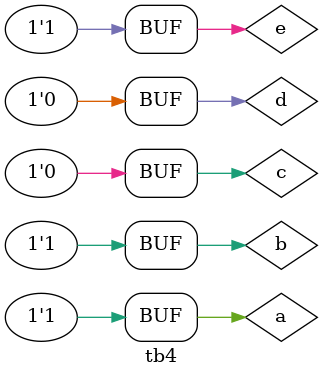
<source format=v>
`timescale 1ns/1ns

module tb4;

reg a,b,d,e,c;

wire f;


SOP t1(.a(a), .b(b), .d(d), .e(e),.f(f),.c(c));
 
initial begin
 a=1'b0;
 b=1'b0;
 d=1'b0;
 e=1'b0;
 c=1'b0;
#10 b=1'b1; //0100
#10 d=1'b1; //0110
#10 e=1'b1; //0111
#10 a=1'b1; //1111
#10 e=1'b0; //1110
#10 d=1'b0; //1100
#10 e=1'b1; //1101



end

endmodule

</source>
